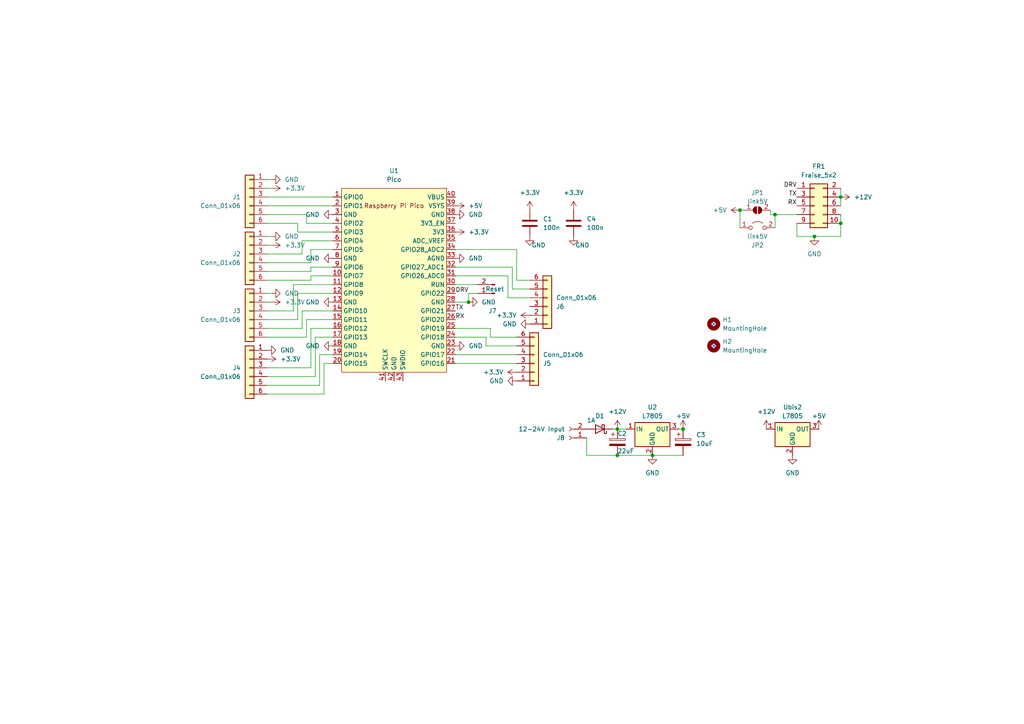
<source format=kicad_sch>
(kicad_sch (version 20230121) (generator eeschema)
  (paper "A4")
  (lib_symbols
    (symbol "Connector:Conn_01x02_Pin" (pin_names (offset 1.016) hide)
      (property "Reference" "J" (at 0 2.54 0))
      (property "Value" "Conn_01x02_Pin" (at 0 -5.08 0))
      (symbol "Conn_01x02_Pin_1_1"
        (polyline (pts (xy 1.27 -2.54) (xy 0.8636 -2.54)) (stroke (width 0.1524)))
        (polyline (pts (xy 1.27 0) (xy 0.8636 0)) (stroke (width 0.1524)))
        (rectangle (start 0.8636 -2.413) (end 0 -2.667) (stroke (width 0.1524)) (fill (type outline)))
        (rectangle (start 0.8636 0.127) (end 0 -0.127) (stroke (width 0.1524)) (fill (type outline)))
        (pin passive line (at 5.08 0 180) (length 3.81) (name "Pin_1") (number "1"))
        (pin passive line (at 5.08 -2.54 180) (length 3.81) (name "Pin_2") (number "2"))
      )
    )
    (symbol "Connector:Conn_01x02_Socket" (pin_names (offset 1.016) hide)
      (property "Reference" "J" (at 0 2.54 0))
      (property "Value" "Conn_01x02_Socket" (at 0 -5.08 0))
      (symbol "Conn_01x02_Socket_1_1"
        (arc (start 0 -2.032) (mid -0.5058 -2.54) (end 0 -3.048) (stroke (width 0.1524)))
        (polyline (pts (xy -1.27 -2.54) (xy -0.508 -2.54)) (stroke (width 0.1524)))
        (polyline (pts (xy -1.27 0) (xy -0.508 0)) (stroke (width 0.1524)))
        (arc (start 0 0.508) (mid -0.5058 0) (end 0 -0.508) (stroke (width 0.1524)))
        (pin passive line (at -5.08 0 0) (length 3.81) (name "Pin_1") (number "1"))
        (pin passive line (at -5.08 -2.54 0) (length 3.81) (name "Pin_2") (number "2"))
      )
    )
    (symbol "Connector_Generic:Conn_01x06" (pin_names (offset 1.016) hide)
      (property "Reference" "J" (at 0 7.62 0))
      (property "Value" "Conn_01x06" (at 0 -10.16 0))
      (symbol "Conn_01x06_1_1"
        (rectangle (start -1.27 -7.493) (end 0 -7.747) (stroke (width 0.1524)))
        (rectangle (start -1.27 -4.953) (end 0 -5.207) (stroke (width 0.1524)))
        (rectangle (start -1.27 -2.413) (end 0 -2.667) (stroke (width 0.1524)))
        (rectangle (start -1.27 0.127) (end 0 -0.127) (stroke (width 0.1524)))
        (rectangle (start -1.27 2.667) (end 0 2.413) (stroke (width 0.1524)))
        (rectangle (start -1.27 5.207) (end 0 4.953) (stroke (width 0.1524)))
        (rectangle (start -1.27 6.35) (end 1.27 -8.89) (stroke (width 0.254)) (fill (type background)))
        (pin passive line (at -5.08 5.08 0) (length 3.81) (name "Pin_1") (number "1"))
        (pin passive line (at -5.08 2.54 0) (length 3.81) (name "Pin_2") (number "2"))
        (pin passive line (at -5.08 0 0) (length 3.81) (name "Pin_3") (number "3"))
        (pin passive line (at -5.08 -2.54 0) (length 3.81) (name "Pin_4") (number "4"))
        (pin passive line (at -5.08 -5.08 0) (length 3.81) (name "Pin_5") (number "5"))
        (pin passive line (at -5.08 -7.62 0) (length 3.81) (name "Pin_6") (number "6"))
      )
    )
    (symbol "Connector_Generic:Conn_02x05_Odd_Even" (pin_names (offset 1.016) hide)
      (property "Reference" "J" (at 1.27 7.62 0))
      (property "Value" "Conn_02x05_Odd_Even" (at 1.27 -7.62 0))
      (symbol "Conn_02x05_Odd_Even_1_1"
        (rectangle (start -1.27 -4.953) (end 0 -5.207) (stroke (width 0.1524)))
        (rectangle (start -1.27 -2.413) (end 0 -2.667) (stroke (width 0.1524)))
        (rectangle (start -1.27 0.127) (end 0 -0.127) (stroke (width 0.1524)))
        (rectangle (start -1.27 2.667) (end 0 2.413) (stroke (width 0.1524)))
        (rectangle (start -1.27 5.207) (end 0 4.953) (stroke (width 0.1524)))
        (rectangle (start -1.27 6.35) (end 3.81 -6.35) (stroke (width 0.254)) (fill (type background)))
        (rectangle (start 3.81 -4.953) (end 2.54 -5.207) (stroke (width 0.1524)))
        (rectangle (start 3.81 -2.413) (end 2.54 -2.667) (stroke (width 0.1524)))
        (rectangle (start 3.81 0.127) (end 2.54 -0.127) (stroke (width 0.1524)))
        (rectangle (start 3.81 2.667) (end 2.54 2.413) (stroke (width 0.1524)))
        (rectangle (start 3.81 5.207) (end 2.54 4.953) (stroke (width 0.1524)))
        (pin passive line (at -5.08 5.08 0) (length 3.81) (name "Pin_1") (number "1"))
        (pin passive line (at 7.62 -5.08 180) (length 3.81) (name "Pin_10") (number "10"))
        (pin passive line (at 7.62 5.08 180) (length 3.81) (name "Pin_2") (number "2"))
        (pin passive line (at -5.08 2.54 0) (length 3.81) (name "Pin_3") (number "3"))
        (pin passive line (at 7.62 2.54 180) (length 3.81) (name "Pin_4") (number "4"))
        (pin passive line (at -5.08 0 0) (length 3.81) (name "Pin_5") (number "5"))
        (pin passive line (at 7.62 0 180) (length 3.81) (name "Pin_6") (number "6"))
        (pin passive line (at -5.08 -2.54 0) (length 3.81) (name "Pin_7") (number "7"))
        (pin passive line (at 7.62 -2.54 180) (length 3.81) (name "Pin_8") (number "8"))
        (pin passive line (at -5.08 -5.08 0) (length 3.81) (name "Pin_9") (number "9"))
      )
    )
    (symbol "Device:C" (pin_numbers hide) (pin_names (offset 0.254))
      (property "Reference" "C" (at 0.635 2.54 0))
      (property "Value" "C" (at 0.635 -2.54 0))
      (symbol "C_0_1"
        (polyline (pts (xy -2.032 -0.762) (xy 2.032 -0.762)) (stroke (width 0.508)))
        (polyline (pts (xy -2.032 0.762) (xy 2.032 0.762)) (stroke (width 0.508)))
      )
      (symbol "C_1_1"
        (pin passive line (at 0 3.81 270) (length 2.794) (name "~") (number "1"))
        (pin passive line (at 0 -3.81 90) (length 2.794) (name "~") (number "2"))
      )
    )
    (symbol "Device:C_Polarized" (pin_numbers hide) (pin_names (offset 0.254))
      (property "Reference" "C" (at 0.635 2.54 0))
      (property "Value" "C_Polarized" (at 0.635 -2.54 0))
      (symbol "C_Polarized_0_1"
        (rectangle (start -2.286 0.508) (end 2.286 1.016))
        (polyline (pts (xy -1.778 2.286) (xy -0.762 2.286)))
        (polyline (pts (xy -1.27 2.794) (xy -1.27 1.778)))
        (rectangle (start 2.286 -0.508) (end -2.286 -1.016) (fill (type outline)))
      )
      (symbol "C_Polarized_1_1"
        (pin passive line (at 0 3.81 270) (length 2.794) (name "~") (number "1"))
        (pin passive line (at 0 -3.81 90) (length 2.794) (name "~") (number "2"))
      )
    )
    (symbol "Device:D_Schottky" (pin_numbers hide) (pin_names (offset 1.016) hide)
      (property "Reference" "D" (at 0 2.54 0))
      (property "Value" "D_Schottky" (at 0 -2.54 0))
      (symbol "D_Schottky_0_1"
        (polyline (pts (xy 1.27 0) (xy -1.27 0)))
        (polyline (pts (xy 1.27 1.27) (xy 1.27 -1.27) (xy -1.27 0) (xy 1.27 1.27)) (stroke (width 0.254)))
        (polyline (pts (xy -1.905 0.635) (xy -1.905 1.27) (xy -1.27 1.27) (xy -1.27 -1.27) (xy -0.635 -1.27) (xy -0.635 -0.635)) (stroke (width 0.254)))
      )
      (symbol "D_Schottky_1_1"
        (pin passive line (at -3.81 0 0) (length 2.54) (name "K") (number "1"))
        (pin passive line (at 3.81 0 180) (length 2.54) (name "A") (number "2"))
      )
    )
    (symbol "Jumper:Jumper_2_Open" (pin_names (offset 0) hide)
      (property "Reference" "JP" (at 0 2.794 0))
      (property "Value" "Jumper_2_Open" (at 0 -2.286 0))
      (symbol "Jumper_2_Open_0_0"
        (circle (center -2.032 0) (radius 0.508))
        (circle (center 2.032 0) (radius 0.508))
      )
      (symbol "Jumper_2_Open_0_1"
        (arc (start 1.524 1.27) (mid 0 1.778) (end -1.524 1.27))
      )
      (symbol "Jumper_2_Open_1_1"
        (pin passive line (at -5.08 0 0) (length 2.54) (name "A") (number "1"))
        (pin passive line (at 5.08 0 180) (length 2.54) (name "B") (number "2"))
      )
    )
    (symbol "Jumper:SolderJumper_2_Open" (pin_names (offset 0) hide)
      (property "Reference" "JP" (at 0 2.032 0))
      (property "Value" "SolderJumper_2_Open" (at 0 -2.54 0))
      (symbol "SolderJumper_2_Open_0_1"
        (arc (start -0.254 1.016) (mid -1.2656 0) (end -0.254 -1.016))
        (arc (start -0.254 1.016) (mid -1.2656 0) (end -0.254 -1.016) (fill (type outline)))
        (polyline (pts (xy -0.254 1.016) (xy -0.254 -1.016)))
        (polyline (pts (xy 0.254 1.016) (xy 0.254 -1.016)))
        (arc (start 0.254 -1.016) (mid 1.2656 0) (end 0.254 1.016))
        (arc (start 0.254 -1.016) (mid 1.2656 0) (end 0.254 1.016) (fill (type outline)))
      )
      (symbol "SolderJumper_2_Open_1_1"
        (pin passive line (at -3.81 0 0) (length 2.54) (name "A") (number "1"))
        (pin passive line (at 3.81 0 180) (length 2.54) (name "B") (number "2"))
      )
    )
    (symbol "MCU_RaspberryPi_and_Boards:Pico"
      (property "Reference" "U" (at -13.97 27.94 0))
      (property "Value" "Pico" (at 0 19.05 0))
      (symbol "Pico_0_0"
        (text "Raspberry Pi Pico" (at 0 21.59 0) (effects (font (size 1.27 1.27))))
      )
      (symbol "Pico_0_1"
        (rectangle (start -15.24 26.67) (end 15.24 -26.67) (fill (type background)))
      )
      (symbol "Pico_1_1"
        (pin bidirectional line (at -17.78 24.13 0) (length 2.54) (name "GPIO0") (number "1"))
        (pin bidirectional line (at -17.78 1.27 0) (length 2.54) (name "GPIO7") (number "10"))
        (pin bidirectional line (at -17.78 -1.27 0) (length 2.54) (name "GPIO8") (number "11"))
        (pin bidirectional line (at -17.78 -3.81 0) (length 2.54) (name "GPIO9") (number "12"))
        (pin power_in line (at -17.78 -6.35 0) (length 2.54) (name "GND") (number "13"))
        (pin bidirectional line (at -17.78 -8.89 0) (length 2.54) (name "GPIO10") (number "14"))
        (pin bidirectional line (at -17.78 -11.43 0) (length 2.54) (name "GPIO11") (number "15"))
        (pin bidirectional line (at -17.78 -13.97 0) (length 2.54) (name "GPIO12") (number "16"))
        (pin bidirectional line (at -17.78 -16.51 0) (length 2.54) (name "GPIO13") (number "17"))
        (pin power_in line (at -17.78 -19.05 0) (length 2.54) (name "GND") (number "18"))
        (pin bidirectional line (at -17.78 -21.59 0) (length 2.54) (name "GPIO14") (number "19"))
        (pin bidirectional line (at -17.78 21.59 0) (length 2.54) (name "GPIO1") (number "2"))
        (pin bidirectional line (at -17.78 -24.13 0) (length 2.54) (name "GPIO15") (number "20"))
        (pin bidirectional line (at 17.78 -24.13 180) (length 2.54) (name "GPIO16") (number "21"))
        (pin bidirectional line (at 17.78 -21.59 180) (length 2.54) (name "GPIO17") (number "22"))
        (pin power_in line (at 17.78 -19.05 180) (length 2.54) (name "GND") (number "23"))
        (pin bidirectional line (at 17.78 -16.51 180) (length 2.54) (name "GPIO18") (number "24"))
        (pin bidirectional line (at 17.78 -13.97 180) (length 2.54) (name "GPIO19") (number "25"))
        (pin bidirectional line (at 17.78 -11.43 180) (length 2.54) (name "GPIO20") (number "26"))
        (pin bidirectional line (at 17.78 -8.89 180) (length 2.54) (name "GPIO21") (number "27"))
        (pin power_in line (at 17.78 -6.35 180) (length 2.54) (name "GND") (number "28"))
        (pin bidirectional line (at 17.78 -3.81 180) (length 2.54) (name "GPIO22") (number "29"))
        (pin power_in line (at -17.78 19.05 0) (length 2.54) (name "GND") (number "3"))
        (pin input line (at 17.78 -1.27 180) (length 2.54) (name "RUN") (number "30"))
        (pin bidirectional line (at 17.78 1.27 180) (length 2.54) (name "GPIO26_ADC0") (number "31"))
        (pin bidirectional line (at 17.78 3.81 180) (length 2.54) (name "GPIO27_ADC1") (number "32"))
        (pin power_in line (at 17.78 6.35 180) (length 2.54) (name "AGND") (number "33"))
        (pin bidirectional line (at 17.78 8.89 180) (length 2.54) (name "GPIO28_ADC2") (number "34"))
        (pin power_in line (at 17.78 11.43 180) (length 2.54) (name "ADC_VREF") (number "35"))
        (pin power_in line (at 17.78 13.97 180) (length 2.54) (name "3V3") (number "36"))
        (pin input line (at 17.78 16.51 180) (length 2.54) (name "3V3_EN") (number "37"))
        (pin bidirectional line (at 17.78 19.05 180) (length 2.54) (name "GND") (number "38"))
        (pin power_in line (at 17.78 21.59 180) (length 2.54) (name "VSYS") (number "39"))
        (pin bidirectional line (at -17.78 16.51 0) (length 2.54) (name "GPIO2") (number "4"))
        (pin power_in line (at 17.78 24.13 180) (length 2.54) (name "VBUS") (number "40"))
        (pin input line (at -2.54 -29.21 90) (length 2.54) (name "SWCLK") (number "41"))
        (pin power_in line (at 0 -29.21 90) (length 2.54) (name "GND") (number "42"))
        (pin bidirectional line (at 2.54 -29.21 90) (length 2.54) (name "SWDIO") (number "43"))
        (pin bidirectional line (at -17.78 13.97 0) (length 2.54) (name "GPIO3") (number "5"))
        (pin bidirectional line (at -17.78 11.43 0) (length 2.54) (name "GPIO4") (number "6"))
        (pin bidirectional line (at -17.78 8.89 0) (length 2.54) (name "GPIO5") (number "7"))
        (pin power_in line (at -17.78 6.35 0) (length 2.54) (name "GND") (number "8"))
        (pin bidirectional line (at -17.78 3.81 0) (length 2.54) (name "GPIO6") (number "9"))
      )
    )
    (symbol "Mechanical:MountingHole" (pin_names (offset 1.016))
      (property "Reference" "H" (at 0 5.08 0))
      (property "Value" "MountingHole" (at 0 3.175 0))
      (symbol "MountingHole_0_1"
        (circle (center 0 0) (radius 1.27) (stroke (width 1.27)))
      )
    )
    (symbol "Regulator_Linear:L7805" (pin_names (offset 0.254))
      (property "Reference" "U" (at -3.81 3.175 0))
      (property "Value" "L7805" (at 0 3.175 0))
      (symbol "L7805_0_1"
        (rectangle (start -5.08 1.905) (end 5.08 -5.08) (stroke (width 0.254)) (fill (type background)))
      )
      (symbol "L7805_1_1"
        (pin power_in line (at -7.62 0 0) (length 2.54) (name "IN") (number "1"))
        (pin power_in line (at 0 -7.62 90) (length 2.54) (name "GND") (number "2"))
        (pin power_out line (at 7.62 0 180) (length 2.54) (name "OUT") (number "3"))
      )
    )
    (symbol "power:+12V" (power) (pin_names (offset 0))
      (property "Value" "+12V" (at 0 3.556 0))
      (symbol "+12V_0_1"
        (polyline (pts (xy -0.762 1.27) (xy 0 2.54)))
        (polyline (pts (xy 0 0) (xy 0 2.54)))
        (polyline (pts (xy 0 2.54) (xy 0.762 1.27)))
      )
      (symbol "+12V_1_1"
        (pin power_in line (at 0 0 90) (length 0) hide (name "+12V") (number "1"))
      )
    )
    (symbol "power:+3.3V" (power) (pin_names (offset 0))
      (property "Value" "+3.3V" (at 0 3.556 0))
      (symbol "+3.3V_0_1"
        (polyline (pts (xy -0.762 1.27) (xy 0 2.54)))
        (polyline (pts (xy 0 0) (xy 0 2.54)))
        (polyline (pts (xy 0 2.54) (xy 0.762 1.27)))
      )
      (symbol "+3.3V_1_1"
        (pin power_in line (at 0 0 90) (length 0) hide (name "+3.3V") (number "1"))
      )
    )
    (symbol "power:+5V" (power) (pin_names (offset 0))
      (property "Value" "+5V" (at 0 3.556 0))
      (symbol "+5V_0_1"
        (polyline (pts (xy -0.762 1.27) (xy 0 2.54)))
        (polyline (pts (xy 0 0) (xy 0 2.54)))
        (polyline (pts (xy 0 2.54) (xy 0.762 1.27)))
      )
      (symbol "+5V_1_1"
        (pin power_in line (at 0 0 90) (length 0) hide (name "+5V") (number "1"))
      )
    )
    (symbol "power:GND" (power) (pin_names (offset 0))
      (property "Value" "GND" (at 0 -3.81 0))
      (symbol "GND_0_1"
        (polyline (pts (xy 0 0) (xy 0 -1.27) (xy 1.27 -1.27) (xy 0 -2.54) (xy -1.27 -1.27) (xy 0 -1.27)))
      )
      (symbol "GND_1_1"
        (pin power_in line (at 0 0 270) (length 0) hide (name "GND") (number "1"))
      )
    )
  )
  (junction (at 224.79 62.23))
  (junction (at 236.22 68.58))
  (junction (at 179.07 132.08))
  (junction (at 179.07 124.46))
  (junction (at 243.84 64.77))
  (junction (at 198.12 124.46))
  (junction (at 214.63 60.96))
  (junction (at 189.23 132.08))
  (junction (at 243.84 57.15))
  (junction (at 135.89 87.63))
  (no_connect (at 207.01 100.33))
  (no_connect (at 207.01 93.98))
  (wire (pts (xy 96.52 69.85) (xy 87.63 69.85)))
  (wire (pts (xy 77.47 57.15) (xy 96.52 57.15)))
  (wire (pts (xy 87.63 90.17) (xy 87.63 95.25)))
  (wire (pts (xy 77.47 52.07) (xy 78.74 52.07)))
  (wire (pts (xy 215.9 60.96) (xy 214.63 60.96)))
  (wire (pts (xy 90.17 78.74) (xy 77.47 78.74)))
  (wire (pts (xy 140.97 100.33) (xy 149.86 100.33)))
  (wire (pts (xy 231.14 64.77) (xy 231.14 68.58)))
  (wire (pts (xy 90.17 95.25) (xy 90.17 106.68)))
  (wire (pts (xy 179.07 132.08) (xy 189.23 132.08)))
  (wire (pts (xy 92.71 111.76) (xy 77.47 111.76)))
  (wire (pts (xy 96.52 105.41) (xy 93.98 105.41)))
  (wire (pts (xy 140.97 97.79) (xy 140.97 100.33)))
  (wire (pts (xy 88.9 92.71) (xy 96.52 92.71)))
  (wire (pts (xy 96.52 97.79) (xy 91.44 97.79)))
  (wire (pts (xy 90.17 72.39) (xy 96.52 72.39)))
  (wire (pts (xy 223.52 62.23) (xy 224.79 62.23)))
  (wire (pts (xy 96.52 82.55) (xy 85.09 82.55)))
  (wire (pts (xy 224.79 66.04) (xy 224.79 62.23)))
  (wire (pts (xy 77.47 54.61) (xy 78.74 54.61)))
  (wire (pts (xy 132.08 102.87) (xy 149.86 102.87)))
  (wire (pts (xy 138.43 85.09) (xy 135.89 85.09)))
  (wire (pts (xy 87.63 95.25) (xy 77.47 95.25)))
  (wire (pts (xy 91.44 97.79) (xy 91.44 109.22)))
  (wire (pts (xy 132.08 105.41) (xy 149.86 105.41)))
  (wire (pts (xy 142.24 97.79) (xy 149.86 97.79)))
  (wire (pts (xy 179.07 124.46) (xy 181.61 124.46)))
  (wire (pts (xy 132.08 97.79) (xy 140.97 97.79)))
  (wire (pts (xy 243.84 68.58) (xy 243.84 64.77)))
  (wire (pts (xy 93.98 105.41) (xy 93.98 114.3)))
  (wire (pts (xy 147.32 86.36) (xy 153.67 86.36)))
  (wire (pts (xy 177.8 124.46) (xy 179.07 124.46)))
  (wire (pts (xy 231.14 68.58) (xy 236.22 68.58)))
  (wire (pts (xy 170.18 132.08) (xy 179.07 132.08)))
  (wire (pts (xy 90.17 76.2) (xy 90.17 72.39)))
  (wire (pts (xy 92.71 102.87) (xy 92.71 111.76)))
  (wire (pts (xy 93.98 114.3) (xy 77.47 114.3)))
  (wire (pts (xy 142.24 95.25) (xy 142.24 97.79)))
  (wire (pts (xy 86.36 92.71) (xy 77.47 92.71)))
  (wire (pts (xy 91.44 109.22) (xy 77.47 109.22)))
  (wire (pts (xy 90.17 81.28) (xy 77.47 81.28)))
  (wire (pts (xy 90.17 80.01) (xy 90.17 81.28)))
  (wire (pts (xy 243.84 54.61) (xy 243.84 57.15)))
  (wire (pts (xy 77.47 71.12) (xy 78.74 71.12)))
  (wire (pts (xy 243.84 57.15) (xy 243.84 59.69)))
  (wire (pts (xy 132.08 72.39) (xy 149.86 72.39)))
  (wire (pts (xy 149.86 72.39) (xy 149.86 81.28)))
  (wire (pts (xy 88.9 97.79) (xy 88.9 92.71)))
  (wire (pts (xy 88.9 62.23) (xy 88.9 64.77)))
  (wire (pts (xy 147.32 80.01) (xy 147.32 86.36)))
  (wire (pts (xy 96.52 80.01) (xy 90.17 80.01)))
  (wire (pts (xy 132.08 80.01) (xy 147.32 80.01)))
  (wire (pts (xy 77.47 62.23) (xy 88.9 62.23)))
  (wire (pts (xy 196.85 124.46) (xy 198.12 124.46)))
  (wire (pts (xy 77.47 97.79) (xy 88.9 97.79)))
  (wire (pts (xy 77.47 68.58) (xy 78.74 68.58)))
  (wire (pts (xy 77.47 85.09) (xy 78.74 85.09)))
  (wire (pts (xy 86.36 67.31) (xy 86.36 64.77)))
  (wire (pts (xy 243.84 62.23) (xy 243.84 64.77)))
  (wire (pts (xy 96.52 90.17) (xy 87.63 90.17)))
  (wire (pts (xy 86.36 64.77) (xy 77.47 64.77)))
  (wire (pts (xy 77.47 87.63) (xy 78.74 87.63)))
  (wire (pts (xy 148.59 83.82) (xy 148.59 77.47)))
  (wire (pts (xy 77.47 76.2) (xy 90.17 76.2)))
  (wire (pts (xy 214.63 60.96) (xy 214.63 66.04)))
  (wire (pts (xy 86.36 85.09) (xy 86.36 92.71)))
  (wire (pts (xy 189.23 132.08) (xy 198.12 132.08)))
  (wire (pts (xy 96.52 77.47) (xy 90.17 77.47)))
  (wire (pts (xy 87.63 73.66) (xy 77.47 73.66)))
  (wire (pts (xy 77.47 59.69) (xy 96.52 59.69)))
  (wire (pts (xy 90.17 106.68) (xy 77.47 106.68)))
  (wire (pts (xy 87.63 69.85) (xy 87.63 73.66)))
  (wire (pts (xy 132.08 95.25) (xy 142.24 95.25)))
  (wire (pts (xy 223.52 62.23) (xy 223.52 60.96)))
  (wire (pts (xy 96.52 85.09) (xy 86.36 85.09)))
  (wire (pts (xy 148.59 77.47) (xy 132.08 77.47)))
  (wire (pts (xy 224.79 62.23) (xy 231.14 62.23)))
  (wire (pts (xy 135.89 85.09) (xy 135.89 87.63)))
  (wire (pts (xy 149.86 81.28) (xy 153.67 81.28)))
  (wire (pts (xy 96.52 95.25) (xy 90.17 95.25)))
  (wire (pts (xy 90.17 77.47) (xy 90.17 78.74)))
  (wire (pts (xy 88.9 64.77) (xy 96.52 64.77)))
  (wire (pts (xy 85.09 90.17) (xy 77.47 90.17)))
  (wire (pts (xy 96.52 67.31) (xy 86.36 67.31)))
  (wire (pts (xy 135.89 87.63) (xy 132.08 87.63)))
  (wire (pts (xy 96.52 102.87) (xy 92.71 102.87)))
  (wire (pts (xy 153.67 83.82) (xy 148.59 83.82)))
  (wire (pts (xy 236.22 68.58) (xy 243.84 68.58)))
  (wire (pts (xy 170.18 127) (xy 170.18 132.08)))
  (wire (pts (xy 85.09 82.55) (xy 85.09 90.17)))
  (wire (pts (xy 132.08 82.55) (xy 138.43 82.55)))
  (label "RX" (at 231.14 59.69 180))
  (label "RX" (at 132.08 92.71 0))
  (label "TX" (at 231.14 57.15 180))
  (label "TX" (at 132.08 90.17 0))
  (label "DRV" (at 231.14 54.61 180))
  (label "DRV" (at 132.08 85.09 0))
  (symbol (lib_id "Device:C_Polarized") (at 179.07 128.27 0) (unit 1)
    (property "Reference" "C2" (at 179.07 125.73 0) (effects (justify left)))
    (property "Value" "22uF" (at 179.07 130.81 0) (effects (justify left)))
    (property "Footprint" "Capacitor_THT:CP_Radial_D5.0mm_P2.50mm" (effects hide))
  )
  (symbol (lib_id "power:+5V") (at 214.63 60.96 90) (unit 1)
    (property "Reference" "#PWR029" (effects hide))
    (property "Value" "+5V" (at 210.82 60.96 90) (effects (justify left)))
  )
  (symbol (lib_id "power:+12V") (at 179.07 124.46 0) (unit 1)
    (property "Reference" "#PWR025" (effects hide))
    (property "Value" "+12V" (at 179.07 119.38 0))
  )
  (symbol (lib_id "power:+3.3V") (at 166.37 60.96 0) (unit 1)
    (property "Reference" "#PWR034" (effects hide))
    (property "Value" "+3.3V" (at 166.37 55.88 0))
  )
  (symbol (lib_id "Connector_Generic:Conn_01x06") (at 72.39 57.15 0) (mirror y) (unit 1)
    (property "Reference" "J1" (at 69.85 57.15 0) (effects (justify left)))
    (property "Value" "Conn_01x06" (at 69.85 59.69 0) (effects (justify left)))
    (property "Footprint" "Connector_JST:JST_PH_B6B-PH-K_1x06_P2.00mm_Vertical" (effects hide))
  )
  (symbol (lib_id "power:GND") (at 229.87 132.08 0) (unit 1)
    (property "Reference" "#PWR031" (effects hide))
    (property "Value" "GND" (at 229.87 137.16 0))
  )
  (symbol (lib_id "power:+5V") (at 132.08 59.69 270) (unit 1)
    (property "Reference" "#PWR016" (effects hide))
    (property "Value" "+5V" (at 135.89 59.69 90) (effects (justify left)))
  )
  (symbol (lib_id "Connector_Generic:Conn_01x06") (at 72.39 106.68 0) (mirror y) (unit 1)
    (property "Reference" "J4" (at 69.85 106.68 0) (effects (justify left)))
    (property "Value" "Conn_01x06" (at 69.85 109.22 0) (effects (justify left)))
    (property "Footprint" "Connector_JST:JST_PH_B6B-PH-K_1x06_P2.00mm_Vertical" (effects hide))
  )
  (symbol (lib_id "power:+3.3V") (at 153.67 91.44 90) (unit 1)
    (property "Reference" "#PWR023" (effects hide))
    (property "Value" "+3.3V" (at 149.86 91.44 90) (effects (justify left)))
  )
  (symbol (lib_id "Connector:Conn_01x02_Socket") (at 165.1 127 180) (unit 1)
    (property "Reference" "J8" (at 163.83 127 0) (effects (justify left)))
    (property "Value" "12-24V input" (at 163.83 124.46 0) (effects (justify left)))
    (property "Footprint" "TerminalBlock:TerminalBlock_bornier-2_P5.08mm" (effects hide))
  )
  (symbol (lib_id "power:GND") (at 166.37 68.58 0) (unit 1)
    (property "Reference" "#PWR035" (effects hide))
    (property "Value" "GND" (at 168.91 71.12 0))
  )
  (symbol (lib_id "Connector_Generic:Conn_01x06") (at 158.75 88.9 0) (mirror x) (unit 1)
    (property "Reference" "J6" (at 161.29 88.9 0) (effects (justify left)))
    (property "Value" "Conn_01x06" (at 161.29 86.36 0) (effects (justify left)))
    (property "Footprint" "Connector_JST:JST_PH_B6B-PH-K_1x06_P2.00mm_Vertical" (effects hide))
  )
  (symbol (lib_id "power:GND") (at 132.08 100.33 90) (unit 1)
    (property "Reference" "#PWR014" (effects hide))
    (property "Value" "GND" (at 135.89 100.33 90) (effects (justify right)))
  )
  (symbol (lib_id "power:GND") (at 189.23 132.08 0) (unit 1)
    (property "Reference" "#PWR024" (effects hide))
    (property "Value" "GND" (at 189.23 137.16 0))
  )
  (symbol (lib_id "Regulator_Linear:L7805") (at 229.87 124.46 0) (unit 1)
    (property "Reference" "Ubis2" (at 229.87 118.11 0))
    (property "Value" "L7805" (at 229.87 120.65 0))
    (property "Footprint" "Package_TO_SOT_SMD:TO-252-3_TabPin2" (effects hide))
    (property "Datasheet" "http://www.st.com/content/ccc/resource/technical/document/datasheet/41/4f/b3/b0/12/d4/47/88/CD00000444.pdf/files/CD00000444.pdf/jcr:content/translations/en.CD00000444.pdf" (effects hide))
  )
  (symbol (lib_id "power:+5V") (at 198.12 124.46 0) (unit 1)
    (property "Reference" "#PWR026" (effects hide))
    (property "Value" "+5V" (at 198.12 120.65 0))
  )
  (symbol (lib_id "power:+3.3V") (at 78.74 87.63 270) (unit 1)
    (property "Reference" "#PWR06" (effects hide))
    (property "Value" "+3.3V" (at 82.55 87.63 90) (effects (justify left)))
  )
  (symbol (lib_id "power:+3.3V") (at 149.86 107.95 90) (unit 1)
    (property "Reference" "#PWR020" (effects hide))
    (property "Value" "+3.3V" (at 146.05 107.95 90) (effects (justify left)))
  )
  (symbol (lib_id "power:GND") (at 132.08 74.93 90) (unit 1)
    (property "Reference" "#PWR012" (effects hide))
    (property "Value" "GND" (at 135.89 74.93 90) (effects (justify right)))
  )
  (symbol (lib_id "Mechanical:MountingHole") (at 207.01 100.33 0) (unit 1)
    (property "Reference" "H2" (at 209.55 99.06 0) (effects (justify left)))
    (property "Value" "MountingHole" (at 209.55 101.6 0) (effects (justify left)))
    (property "Footprint" "MountingHole:MountingHole_3.2mm_M3_Pad_TopOnly" (effects hide))
  )
  (symbol (lib_id "power:GND") (at 135.89 87.63 90) (unit 1)
    (property "Reference" "#PWR013" (effects hide))
    (property "Value" "GND" (at 139.7 87.63 90) (effects (justify right)))
  )
  (symbol (lib_id "power:GND") (at 78.74 85.09 90) (unit 1)
    (property "Reference" "#PWR05" (effects hide))
    (property "Value" "GND" (at 82.55 85.09 90) (effects (justify right)))
  )
  (symbol (lib_id "Connector_Generic:Conn_01x06") (at 154.94 105.41 0) (mirror x) (unit 1)
    (property "Reference" "J5" (at 157.48 105.41 0) (effects (justify left)))
    (property "Value" "Conn_01x06" (at 157.48 102.87 0) (effects (justify left)))
    (property "Footprint" "Connector_JST:JST_PH_B6B-PH-K_1x06_P2.00mm_Vertical" (effects hide))
  )
  (symbol (lib_id "power:+3.3V") (at 78.74 71.12 270) (unit 1)
    (property "Reference" "#PWR04" (effects hide))
    (property "Value" "+3.3V" (at 82.55 71.12 90) (effects (justify left)))
  )
  (symbol (lib_id "power:GND") (at 78.74 52.07 90) (unit 1)
    (property "Reference" "#PWR01" (effects hide))
    (property "Value" "GND" (at 82.55 52.07 90) (effects (justify right)))
  )
  (symbol (lib_id "MCU_RaspberryPi_and_Boards:Pico") (at 114.3 81.28 0) (unit 1)
    (property "Reference" "U1" (at 114.3 49.53 0))
    (property "Value" "Pico" (at 114.3 52.07 0))
    (property "Footprint" "MCU_RaspberryPi_and_Boards:RPi_Pico_SMD_TH" (effects hide))
  )
  (symbol (lib_id "Device:C") (at 153.67 64.77 0) (unit 1)
    (property "Reference" "C1" (at 157.48 63.5 0) (effects (justify left)))
    (property "Value" "100n" (at 157.48 66.04 0) (effects (justify left)))
    (property "Footprint" "Capacitor_THT:C_Rect_L4.0mm_W2.5mm_P2.50mm" (effects hide))
  )
  (symbol (lib_id "Jumper:SolderJumper_2_Open") (at 219.71 60.96 0) (unit 1)
    (property "Reference" "JP1" (at 219.71 55.88 0))
    (property "Value" "link5V" (at 219.71 58.42 0))
    (property "Footprint" "Jumper:SolderJumper-2_P1.3mm_Open_RoundedPad1.0x1.5mm" (effects hide))
  )
  (symbol (lib_id "Connector_Generic:Conn_01x06") (at 72.39 73.66 0) (mirror y) (unit 1)
    (property "Reference" "J2" (at 69.85 73.66 0) (effects (justify left)))
    (property "Value" "Conn_01x06" (at 69.85 76.2 0) (effects (justify left)))
    (property "Footprint" "Connector_JST:JST_PH_B6B-PH-K_1x06_P2.00mm_Vertical" (effects hide))
  )
  (symbol (lib_id "power:GND") (at 153.67 93.98 270) (unit 1)
    (property "Reference" "#PWR033" (effects hide))
    (property "Value" "GND" (at 149.86 93.98 90) (effects (justify right)))
  )
  (symbol (lib_id "power:GND") (at 96.52 100.33 270) (unit 1)
    (property "Reference" "#PWR010" (effects hide))
    (property "Value" "GND" (at 92.71 100.33 90) (effects (justify right)))
  )
  (symbol (lib_id "power:GND") (at 77.47 101.6 90) (unit 1)
    (property "Reference" "#PWR017" (effects hide))
    (property "Value" "GND" (at 81.28 101.6 90) (effects (justify right)))
  )
  (symbol (lib_id "power:+5V") (at 237.49 124.46 0) (unit 1)
    (property "Reference" "#PWR032" (effects hide))
    (property "Value" "+5V" (at 237.49 120.65 0))
  )
  (symbol (lib_id "Connector_Generic:Conn_02x05_Odd_Even") (at 236.22 59.69 0) (unit 1)
    (property "Reference" "FR1" (at 237.49 48.26 0))
    (property "Value" "Fraise_5x2" (at 237.49 50.8 0))
    (property "Footprint" "Connector_IDC:IDC-Header_2x05_P2.54mm_Vertical" (effects hide))
  )
  (symbol (lib_id "Regulator_Linear:L7805") (at 189.23 124.46 0) (unit 1)
    (property "Reference" "U2" (at 189.23 118.11 0))
    (property "Value" "L7805" (at 189.23 120.65 0))
    (property "Footprint" "Package_TO_SOT_THT:TO-220-3_Vertical" (effects hide))
    (property "Datasheet" "http://www.st.com/content/ccc/resource/technical/document/datasheet/41/4f/b3/b0/12/d4/47/88/CD00000444.pdf/files/CD00000444.pdf/jcr:content/translations/en.CD00000444.pdf" (effects hide))
  )
  (symbol (lib_id "power:GND") (at 149.86 110.49 270) (unit 1)
    (property "Reference" "#PWR019" (effects hide))
    (property "Value" "GND" (at 146.05 110.49 90) (effects (justify right)))
  )
  (symbol (lib_id "Mechanical:MountingHole") (at 207.01 93.98 0) (unit 1)
    (property "Reference" "H1" (at 209.55 92.71 0) (effects (justify left)))
    (property "Value" "MountingHole" (at 209.55 95.25 0) (effects (justify left)))
    (property "Footprint" "MountingHole:MountingHole_3.2mm_M3_Pad_TopOnly" (effects hide))
  )
  (symbol (lib_id "Device:C") (at 166.37 64.77 0) (unit 1)
    (property "Reference" "C4" (at 170.18 63.5 0) (effects (justify left)))
    (property "Value" "100n" (at 170.18 66.04 0) (effects (justify left)))
    (property "Footprint" "Capacitor_THT:C_Rect_L4.0mm_W2.5mm_P2.50mm" (effects hide))
  )
  (symbol (lib_id "Device:C_Polarized") (at 198.12 128.27 0) (unit 1)
    (property "Reference" "C3" (at 201.93 126.111 0) (effects (justify left)))
    (property "Value" "10uF" (at 201.93 128.651 0) (effects (justify left)))
    (property "Footprint" "Capacitor_THT:CP_Radial_D5.0mm_P2.50mm" (effects hide))
  )
  (symbol (lib_id "power:GND") (at 96.52 74.93 270) (unit 1)
    (property "Reference" "#PWR08" (effects hide))
    (property "Value" "GND" (at 92.71 74.93 90) (effects (justify right)))
  )
  (symbol (lib_id "power:GND") (at 132.08 62.23 90) (unit 1)
    (property "Reference" "#PWR011" (effects hide))
    (property "Value" "GND" (at 135.89 62.23 90) (effects (justify right)))
  )
  (symbol (lib_id "power:+3.3V") (at 78.74 54.61 270) (unit 1)
    (property "Reference" "#PWR02" (effects hide))
    (property "Value" "+3.3V" (at 82.55 54.61 90) (effects (justify left)))
  )
  (symbol (lib_id "power:GND") (at 153.67 68.58 0) (unit 1)
    (property "Reference" "#PWR022" (effects hide))
    (property "Value" "GND" (at 156.21 71.12 0))
  )
  (symbol (lib_id "power:GND") (at 236.22 68.58 0) (unit 1)
    (property "Reference" "#PWR028" (effects hide))
    (property "Value" "GND" (at 236.22 73.66 0))
  )
  (symbol (lib_id "power:+3.3V") (at 153.67 60.96 0) (unit 1)
    (property "Reference" "#PWR021" (effects hide))
    (property "Value" "+3.3V" (at 153.67 55.88 0))
  )
  (symbol (lib_id "Connector_Generic:Conn_01x06") (at 72.39 90.17 0) (mirror y) (unit 1)
    (property "Reference" "J3" (at 69.85 90.17 0) (effects (justify left)))
    (property "Value" "Conn_01x06" (at 69.85 92.71 0) (effects (justify left)))
    (property "Footprint" "Connector_JST:JST_PH_B6B-PH-K_1x06_P2.00mm_Vertical" (effects hide))
  )
  (symbol (lib_id "Device:D_Schottky") (at 173.99 124.46 180) (unit 1)
    (property "Reference" "D1" (at 173.99 120.65 0))
    (property "Value" "1A" (at 171.45 121.92 0))
    (property "Footprint" "Diode_SMD:D_SMA" (effects hide))
  )
  (symbol (lib_id "power:+12V") (at 222.25 124.46 0) (unit 1)
    (property "Reference" "#PWR030" (effects hide))
    (property "Value" "+12V" (at 222.25 119.38 0))
  )
  (symbol (lib_id "power:GND") (at 78.74 68.58 90) (unit 1)
    (property "Reference" "#PWR03" (effects hide))
    (property "Value" "GND" (at 82.55 68.58 90) (effects (justify right)))
  )
  (symbol (lib_id "power:GND") (at 96.52 87.63 270) (unit 1)
    (property "Reference" "#PWR09" (effects hide))
    (property "Value" "GND" (at 92.71 87.63 90) (effects (justify right)))
  )
  (symbol (lib_id "power:GND") (at 96.52 62.23 270) (unit 1)
    (property "Reference" "#PWR07" (effects hide))
    (property "Value" "GND" (at 92.71 62.23 90) (effects (justify right)))
  )
  (symbol (lib_id "power:+3.3V") (at 132.08 67.31 270) (unit 1)
    (property "Reference" "#PWR015" (effects hide))
    (property "Value" "+3.3V" (at 135.89 67.31 90) (effects (justify left)))
  )
  (symbol (lib_id "power:+3.3V") (at 77.47 104.14 270) (unit 1)
    (property "Reference" "#PWR018" (effects hide))
    (property "Value" "+3.3V" (at 81.28 104.14 90) (effects (justify left)))
  )
  (symbol (lib_id "Connector:Conn_01x02_Pin") (at 143.51 85.09 180) (unit 1)
    (property "Reference" "J7" (at 142.875 90.17 0))
    (property "Value" "Reset" (at 143.51 83.82 0))
    (property "Footprint" "Connector_PinHeader_2.54mm:PinHeader_1x02_P2.54mm_Vertical" (effects hide))
  )
  (symbol (lib_id "power:+12V") (at 243.84 57.15 270) (unit 1)
    (property "Reference" "#PWR027" (effects hide))
    (property "Value" "+12V" (at 247.65 57.15 90) (effects (justify left)))
  )
  (symbol (lib_id "Jumper:Jumper_2_Open") (at 219.71 66.04 0) (unit 1)
    (property "Reference" "JP2" (at 219.71 71.12 0))
    (property "Value" "link5V" (at 219.71 68.58 0))
    (property "Footprint" "TestPoint:TestPoint_2Pads_Pitch2.54mm_Drill0.8mm" (effects hide))
  )
)
</source>
